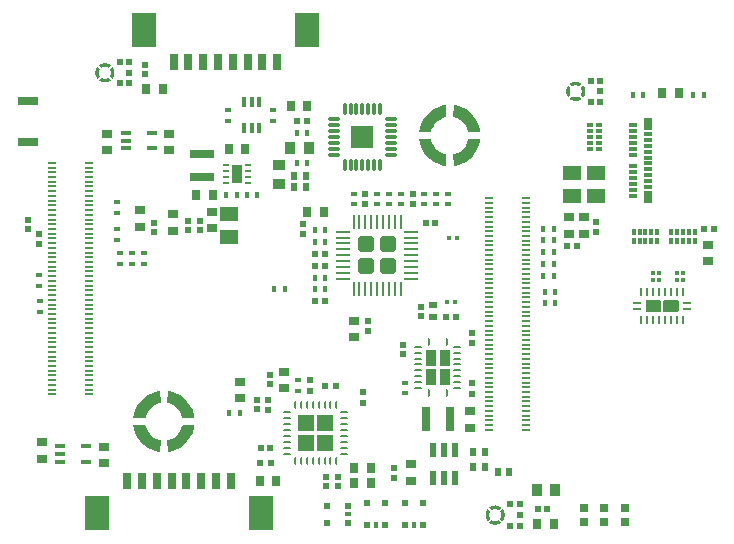
<source format=gbp>
G04*
G04 #@! TF.GenerationSoftware,Altium Limited,Altium Designer,21.6.1 (37)*
G04*
G04 Layer_Color=128*
%FSLAX44Y44*%
%MOMM*%
G71*
G04*
G04 #@! TF.SameCoordinates,7F95C58A-CF7D-4278-AF47-FD52C239B5E1*
G04*
G04*
G04 #@! TF.FilePolarity,Positive*
G04*
G01*
G75*
%ADD17R,0.9200X1.3300*%
%ADD18R,0.5220X0.6000*%
%ADD20R,0.9000X0.7000*%
%ADD21R,0.5200X0.5200*%
%ADD22R,0.7000X0.9000*%
%ADD23R,0.5500X0.4500*%
%ADD24R,0.4500X0.5500*%
%ADD25R,0.5200X0.5200*%
%ADD35R,1.5000X1.3000*%
%ADD36R,1.0000X0.9000*%
G04:AMPARAMS|DCode=37|XSize=0.24mm|YSize=0.6mm|CornerRadius=0.06mm|HoleSize=0mm|Usage=FLASHONLY|Rotation=90.000|XOffset=0mm|YOffset=0mm|HoleType=Round|Shape=RoundedRectangle|*
%AMROUNDEDRECTD37*
21,1,0.2400,0.4800,0,0,90.0*
21,1,0.1200,0.6000,0,0,90.0*
1,1,0.1200,0.2400,0.0600*
1,1,0.1200,0.2400,-0.0600*
1,1,0.1200,-0.2400,-0.0600*
1,1,0.1200,-0.2400,0.0600*
%
%ADD37ROUNDEDRECTD37*%
G04:AMPARAMS|DCode=39|XSize=0.25mm|YSize=0.65mm|CornerRadius=0.0625mm|HoleSize=0mm|Usage=FLASHONLY|Rotation=0.000|XOffset=0mm|YOffset=0mm|HoleType=Round|Shape=RoundedRectangle|*
%AMROUNDEDRECTD39*
21,1,0.2500,0.5250,0,0,0.0*
21,1,0.1250,0.6500,0,0,0.0*
1,1,0.1250,0.0625,-0.2625*
1,1,0.1250,-0.0625,-0.2625*
1,1,0.1250,-0.0625,0.2625*
1,1,0.1250,0.0625,0.2625*
%
%ADD39ROUNDEDRECTD39*%
%ADD46R,0.5500X0.6500*%
%ADD48R,0.6200X0.6200*%
%ADD49R,0.4600X0.4200*%
%ADD50R,0.6200X0.6200*%
G04:AMPARAMS|DCode=160|XSize=0.25mm|YSize=0.6mm|CornerRadius=0.0625mm|HoleSize=0mm|Usage=FLASHONLY|Rotation=180.000|XOffset=0mm|YOffset=0mm|HoleType=Round|Shape=RoundedRectangle|*
%AMROUNDEDRECTD160*
21,1,0.2500,0.4750,0,0,180.0*
21,1,0.1250,0.6000,0,0,180.0*
1,1,0.1250,-0.0625,0.2375*
1,1,0.1250,0.0625,0.2375*
1,1,0.1250,0.0625,-0.2375*
1,1,0.1250,-0.0625,-0.2375*
%
%ADD160ROUNDEDRECTD160*%
%ADD161R,0.7000X0.1800*%
%ADD162R,1.7000X0.8000*%
%ADD163R,0.3000X0.5500*%
%ADD164R,0.4000X0.5500*%
%ADD165R,0.8000X0.8000*%
%ADD166R,0.3200X0.3600*%
G04:AMPARAMS|DCode=167|XSize=0.25mm|YSize=0.6mm|CornerRadius=0.025mm|HoleSize=0mm|Usage=FLASHONLY|Rotation=0.000|XOffset=0mm|YOffset=0mm|HoleType=Round|Shape=RoundedRectangle|*
%AMROUNDEDRECTD167*
21,1,0.2500,0.5500,0,0,0.0*
21,1,0.2000,0.6000,0,0,0.0*
1,1,0.0500,0.1000,-0.2750*
1,1,0.0500,-0.1000,-0.2750*
1,1,0.0500,-0.1000,0.2750*
1,1,0.0500,0.1000,0.2750*
%
%ADD167ROUNDEDRECTD167*%
G04:AMPARAMS|DCode=168|XSize=0.25mm|YSize=0.6mm|CornerRadius=0.025mm|HoleSize=0mm|Usage=FLASHONLY|Rotation=90.000|XOffset=0mm|YOffset=0mm|HoleType=Round|Shape=RoundedRectangle|*
%AMROUNDEDRECTD168*
21,1,0.2500,0.5500,0,0,90.0*
21,1,0.2000,0.6000,0,0,90.0*
1,1,0.0500,0.2750,0.1000*
1,1,0.0500,0.2750,-0.1000*
1,1,0.0500,-0.2750,-0.1000*
1,1,0.0500,-0.2750,0.1000*
%
%ADD168ROUNDEDRECTD168*%
%ADD170R,0.9000X1.0000*%
%ADD171R,0.6000X0.6000*%
%ADD172R,0.6000X0.4000*%
%ADD174R,0.8000X2.0000*%
%ADD175R,0.7000X0.3000*%
%ADD176O,0.3000X1.1500*%
%ADD177R,0.6000X1.1500*%
%ADD178R,0.5000X0.2800*%
G04:AMPARAMS|DCode=180|XSize=0.25mm|YSize=0.6mm|CornerRadius=0.0625mm|HoleSize=0mm|Usage=FLASHONLY|Rotation=90.000|XOffset=0mm|YOffset=0mm|HoleType=Round|Shape=RoundedRectangle|*
%AMROUNDEDRECTD180*
21,1,0.2500,0.4750,0,0,90.0*
21,1,0.1250,0.6000,0,0,90.0*
1,1,0.1250,0.2375,0.0625*
1,1,0.1250,0.2375,-0.0625*
1,1,0.1250,-0.2375,-0.0625*
1,1,0.1250,-0.2375,0.0625*
%
%ADD180ROUNDEDRECTD180*%
G04:AMPARAMS|DCode=181|XSize=0.4mm|YSize=0.9mm|CornerRadius=0.1mm|HoleSize=0mm|Usage=FLASHONLY|Rotation=180.000|XOffset=0mm|YOffset=0mm|HoleType=Round|Shape=RoundedRectangle|*
%AMROUNDEDRECTD181*
21,1,0.4000,0.7000,0,0,180.0*
21,1,0.2000,0.9000,0,0,180.0*
1,1,0.2000,-0.1000,0.3500*
1,1,0.2000,0.1000,0.3500*
1,1,0.2000,0.1000,-0.3500*
1,1,0.2000,-0.1000,-0.3500*
%
%ADD181ROUNDEDRECTD181*%
%ADD182R,0.6500X0.5500*%
%ADD183R,0.6000X0.6000*%
%ADD184R,0.4000X0.6000*%
%ADD185R,2.0000X0.8000*%
%ADD186R,0.9000X1.6000*%
%ADD187R,0.5500X0.3000*%
%ADD188R,0.5500X0.4000*%
%ADD189R,0.8000X1.4000*%
%ADD190R,2.1000X3.0000*%
%ADD192O,1.1500X0.3000*%
%ADD195R,0.7000X1.0000*%
G04:AMPARAMS|DCode=240|XSize=1.3mm|YSize=1.3mm|CornerRadius=0.1625mm|HoleSize=0mm|Usage=FLASHONLY|Rotation=90.000|XOffset=0mm|YOffset=0mm|HoleType=Round|Shape=RoundedRectangle|*
%AMROUNDEDRECTD240*
21,1,1.3000,0.9750,0,0,90.0*
21,1,0.9750,1.3000,0,0,90.0*
1,1,0.3250,0.4875,0.4875*
1,1,0.3250,0.4875,-0.4875*
1,1,0.3250,-0.4875,-0.4875*
1,1,0.3250,-0.4875,0.4875*
%
%ADD240ROUNDEDRECTD240*%
%ADD241R,1.3500X1.3500*%
G04:AMPARAMS|DCode=242|XSize=0.21mm|YSize=1.16mm|CornerRadius=0.0113mm|HoleSize=0mm|Usage=FLASHONLY|Rotation=90.000|XOffset=0mm|YOffset=0mm|HoleType=Round|Shape=RoundedRectangle|*
%AMROUNDEDRECTD242*
21,1,0.2100,1.1375,0,0,90.0*
21,1,0.1875,1.1600,0,0,90.0*
1,1,0.0225,0.5688,0.0938*
1,1,0.0225,0.5688,-0.0938*
1,1,0.0225,-0.5688,-0.0938*
1,1,0.0225,-0.5688,0.0938*
%
%ADD242ROUNDEDRECTD242*%
G04:AMPARAMS|DCode=243|XSize=0.21mm|YSize=1.16mm|CornerRadius=0.0113mm|HoleSize=0mm|Usage=FLASHONLY|Rotation=0.000|XOffset=0mm|YOffset=0mm|HoleType=Round|Shape=RoundedRectangle|*
%AMROUNDEDRECTD243*
21,1,0.2100,1.1375,0,0,0.0*
21,1,0.1875,1.1600,0,0,0.0*
1,1,0.0225,0.0938,-0.5688*
1,1,0.0225,-0.0938,-0.5688*
1,1,0.0225,-0.0938,0.5688*
1,1,0.0225,0.0938,0.5688*
%
%ADD243ROUNDEDRECTD243*%
%ADD244R,0.8500X0.3500*%
%ADD245R,1.8800X1.8800*%
G36*
X79885Y402617D02*
X80259Y402590D01*
X80631Y402547D01*
X81002Y402486D01*
X81368Y402408D01*
X81731Y402313D01*
X82089Y402201D01*
X82441Y402073D01*
X82787Y401929D01*
X83126Y401768D01*
X83457Y401592D01*
X83780Y401401D01*
X84093Y401195D01*
X84397Y400975D01*
X84690Y400740D01*
X82568Y398619D01*
X82353Y398770D01*
X82168Y398887D01*
X81979Y398996D01*
X81785Y399096D01*
X81587Y399189D01*
X81386Y399273D01*
X81181Y399348D01*
X80973Y399415D01*
X80763Y399472D01*
X80550Y399521D01*
X80335Y399561D01*
X80119Y399591D01*
X79901Y399612D01*
X79683Y399624D01*
X79465Y399627D01*
X79247Y399621D01*
X79029Y399605D01*
X78812Y399580D01*
X78597Y399546D01*
X78383Y399502D01*
X78171Y399450D01*
X77961Y399389D01*
X77754Y399318D01*
X77551Y399239D01*
X77351Y399152D01*
X77155Y399056D01*
X76963Y398952D01*
X76775Y398840D01*
X76593Y398720D01*
X76452Y398619D01*
X74331Y400740D01*
X74623Y400975D01*
X74927Y401195D01*
X75240Y401401D01*
X75563Y401592D01*
X75894Y401768D01*
X76233Y401929D01*
X76579Y402073D01*
X76931Y402201D01*
X77289Y402313D01*
X77652Y402408D01*
X78018Y402486D01*
X78389Y402547D01*
X78761Y402590D01*
X79135Y402617D01*
X79510Y402625D01*
X79885Y402617D01*
D02*
G37*
G36*
X84690Y388260D02*
X84397Y388026D01*
X84093Y387805D01*
X83780Y387599D01*
X83457Y387408D01*
X83126Y387232D01*
X82787Y387071D01*
X82441Y386927D01*
X82089Y386799D01*
X81731Y386687D01*
X81368Y386592D01*
X81002Y386514D01*
X80631Y386453D01*
X80259Y386409D01*
X79885Y386383D01*
X79510Y386375D01*
X79135Y386383D01*
X78761Y386409D01*
X78389Y386453D01*
X78018Y386514D01*
X77652Y386592D01*
X77289Y386687D01*
X76931Y386799D01*
X76579Y386927D01*
X76233Y387071D01*
X75894Y387232D01*
X75563Y387408D01*
X75240Y387599D01*
X74927Y387805D01*
X74623Y388026D01*
X74331Y388260D01*
X76452Y390381D01*
X76665Y390232D01*
X76847Y390116D01*
X77033Y390009D01*
X77224Y389909D01*
X77419Y389817D01*
X77617Y389734D01*
X77819Y389659D01*
X78024Y389592D01*
X78231Y389534D01*
X78441Y389485D01*
X78653Y389445D01*
X78866Y389413D01*
X79080Y389391D01*
X79295Y389377D01*
X79510Y389373D01*
X79725Y389377D01*
X79940Y389391D01*
X80154Y389413D01*
X80367Y389445D01*
X80579Y389485D01*
X80789Y389534D01*
X80996Y389592D01*
X81201Y389659D01*
X81403Y389734D01*
X81601Y389817D01*
X81796Y389909D01*
X81987Y390009D01*
X82173Y390116D01*
X82355Y390232D01*
X82568Y390381D01*
X84690Y388260D01*
D02*
G37*
G36*
X85984Y399387D02*
X86205Y399083D01*
X86411Y398770D01*
X86602Y398447D01*
X86778Y398116D01*
X86939Y397777D01*
X87083Y397431D01*
X87212Y397079D01*
X87323Y396721D01*
X87418Y396358D01*
X87496Y395992D01*
X87557Y395621D01*
X87600Y395249D01*
X87627Y394875D01*
X87635Y394500D01*
X87627Y394125D01*
X87600Y393751D01*
X87557Y393379D01*
X87496Y393008D01*
X87418Y392642D01*
X87323Y392279D01*
X87212Y391921D01*
X87083Y391569D01*
X86939Y391223D01*
X86778Y390884D01*
X86602Y390552D01*
X86411Y390230D01*
X86205Y389917D01*
X85984Y389613D01*
X85750Y389320D01*
X83629Y391442D01*
X83730Y391583D01*
X83850Y391765D01*
X83962Y391953D01*
X84066Y392145D01*
X84162Y392341D01*
X84249Y392541D01*
X84328Y392744D01*
X84398Y392951D01*
X84460Y393161D01*
X84512Y393373D01*
X84556Y393587D01*
X84590Y393802D01*
X84615Y394019D01*
X84631Y394237D01*
X84637Y394455D01*
X84634Y394674D01*
X84622Y394892D01*
X84601Y395109D01*
X84571Y395325D01*
X84531Y395540D01*
X84482Y395752D01*
X84425Y395963D01*
X84358Y396171D01*
X84283Y396376D01*
X84199Y396577D01*
X84106Y396775D01*
X84006Y396969D01*
X83897Y397158D01*
X83780Y397343D01*
X83629Y397558D01*
X85750Y399679D01*
X85984Y399387D01*
D02*
G37*
G36*
X75391Y397558D02*
X75240Y397343D01*
X75123Y397158D01*
X75014Y396969D01*
X74914Y396775D01*
X74821Y396577D01*
X74737Y396376D01*
X74662Y396171D01*
X74595Y395963D01*
X74538Y395752D01*
X74489Y395540D01*
X74449Y395325D01*
X74419Y395109D01*
X74398Y394892D01*
X74386Y394674D01*
X74383Y394455D01*
X74389Y394237D01*
X74405Y394019D01*
X74430Y393802D01*
X74464Y393587D01*
X74508Y393373D01*
X74560Y393161D01*
X74622Y392951D01*
X74692Y392744D01*
X74771Y392541D01*
X74858Y392341D01*
X74954Y392145D01*
X75058Y391953D01*
X75170Y391765D01*
X75290Y391583D01*
X75391Y391442D01*
X73270Y389320D01*
X73035Y389613D01*
X72815Y389917D01*
X72609Y390230D01*
X72418Y390552D01*
X72242Y390884D01*
X72081Y391223D01*
X71937Y391569D01*
X71809Y391921D01*
X71697Y392279D01*
X71602Y392642D01*
X71524Y393008D01*
X71463Y393379D01*
X71420Y393751D01*
X71393Y394125D01*
X71385Y394500D01*
X71393Y394875D01*
X71420Y395249D01*
X71463Y395621D01*
X71524Y395992D01*
X71602Y396358D01*
X71697Y396721D01*
X71809Y397079D01*
X71937Y397431D01*
X72081Y397777D01*
X72242Y398116D01*
X72418Y398447D01*
X72609Y398770D01*
X72815Y399083D01*
X73035Y399387D01*
X73270Y399679D01*
X75391Y397558D01*
D02*
G37*
G36*
X478525Y386867D02*
X478899Y386841D01*
X479272Y386797D01*
X479641Y386736D01*
X480008Y386658D01*
X480371Y386563D01*
X480729Y386451D01*
X481081Y386323D01*
X481427Y386179D01*
X481766Y386018D01*
X482098Y385842D01*
X482420Y385651D01*
X482733Y385445D01*
X483037Y385224D01*
X483330Y384990D01*
X481208Y382869D01*
X480993Y383020D01*
X480808Y383137D01*
X480619Y383246D01*
X480425Y383346D01*
X480228Y383439D01*
X480026Y383523D01*
X479821Y383598D01*
X479613Y383665D01*
X479403Y383722D01*
X479190Y383771D01*
X478975Y383811D01*
X478759Y383841D01*
X478541Y383862D01*
X478324Y383874D01*
X478105Y383877D01*
X477887Y383871D01*
X477669Y383855D01*
X477452Y383830D01*
X477237Y383796D01*
X477023Y383752D01*
X476811Y383700D01*
X476601Y383638D01*
X476394Y383568D01*
X476191Y383489D01*
X475991Y383402D01*
X475795Y383306D01*
X475603Y383202D01*
X475415Y383090D01*
X475233Y382970D01*
X475092Y382869D01*
X472971Y384990D01*
X473263Y385224D01*
X473567Y385445D01*
X473880Y385651D01*
X474202Y385842D01*
X474534Y386018D01*
X474873Y386179D01*
X475219Y386323D01*
X475571Y386451D01*
X475929Y386563D01*
X476292Y386658D01*
X476659Y386736D01*
X477029Y386797D01*
X477401Y386841D01*
X477775Y386867D01*
X478150Y386875D01*
X478525Y386867D01*
D02*
G37*
G36*
X483330Y372510D02*
X483037Y372276D01*
X482733Y372055D01*
X482420Y371849D01*
X482098Y371658D01*
X481766Y371482D01*
X481427Y371321D01*
X481081Y371177D01*
X480729Y371049D01*
X480371Y370937D01*
X480008Y370842D01*
X479641Y370764D01*
X479272Y370703D01*
X478899Y370659D01*
X478525Y370633D01*
X478150Y370625D01*
X477775Y370633D01*
X477401Y370659D01*
X477029Y370703D01*
X476659Y370764D01*
X476292Y370842D01*
X475929Y370937D01*
X475571Y371049D01*
X475219Y371177D01*
X474873Y371321D01*
X474534Y371482D01*
X474202Y371658D01*
X473880Y371849D01*
X473567Y372055D01*
X473263Y372276D01*
X472971Y372510D01*
X475092Y374631D01*
X475305Y374482D01*
X475487Y374366D01*
X475673Y374259D01*
X475864Y374159D01*
X476059Y374067D01*
X476257Y373984D01*
X476459Y373909D01*
X476664Y373842D01*
X476871Y373784D01*
X477081Y373735D01*
X477293Y373695D01*
X477506Y373663D01*
X477720Y373641D01*
X477935Y373627D01*
X478150Y373623D01*
X478365Y373627D01*
X478580Y373641D01*
X478794Y373663D01*
X479007Y373695D01*
X479219Y373735D01*
X479429Y373784D01*
X479636Y373842D01*
X479841Y373909D01*
X480043Y373984D01*
X480241Y374067D01*
X480436Y374159D01*
X480627Y374259D01*
X480813Y374366D01*
X480995Y374482D01*
X481208Y374631D01*
X483330Y372510D01*
D02*
G37*
G36*
X484624Y383637D02*
X484845Y383333D01*
X485051Y383020D01*
X485242Y382697D01*
X485418Y382366D01*
X485579Y382027D01*
X485723Y381681D01*
X485852Y381329D01*
X485963Y380971D01*
X486058Y380608D01*
X486136Y380242D01*
X486197Y379871D01*
X486241Y379499D01*
X486267Y379125D01*
X486275Y378750D01*
X486267Y378375D01*
X486241Y378001D01*
X486197Y377629D01*
X486136Y377258D01*
X486058Y376892D01*
X485963Y376529D01*
X485852Y376171D01*
X485723Y375819D01*
X485579Y375473D01*
X485418Y375134D01*
X485242Y374803D01*
X485051Y374480D01*
X484845Y374167D01*
X484624Y373863D01*
X484390Y373570D01*
X482269Y375692D01*
X482370Y375833D01*
X482490Y376015D01*
X482602Y376203D01*
X482706Y376395D01*
X482802Y376591D01*
X482889Y376791D01*
X482968Y376994D01*
X483038Y377201D01*
X483100Y377411D01*
X483152Y377623D01*
X483195Y377837D01*
X483230Y378052D01*
X483255Y378269D01*
X483271Y378487D01*
X483277Y378705D01*
X483274Y378923D01*
X483262Y379142D01*
X483241Y379359D01*
X483211Y379575D01*
X483171Y379790D01*
X483122Y380003D01*
X483065Y380213D01*
X482998Y380421D01*
X482923Y380626D01*
X482839Y380827D01*
X482747Y381025D01*
X482646Y381219D01*
X482537Y381408D01*
X482420Y381593D01*
X482269Y381808D01*
X484390Y383929D01*
X484624Y383637D01*
D02*
G37*
G36*
X474031Y381808D02*
X473880Y381593D01*
X473763Y381408D01*
X473654Y381219D01*
X473554Y381025D01*
X473461Y380827D01*
X473377Y380626D01*
X473302Y380421D01*
X473235Y380213D01*
X473178Y380003D01*
X473129Y379790D01*
X473089Y379575D01*
X473059Y379359D01*
X473038Y379142D01*
X473026Y378923D01*
X473023Y378705D01*
X473029Y378487D01*
X473045Y378269D01*
X473070Y378052D01*
X473104Y377837D01*
X473148Y377623D01*
X473200Y377411D01*
X473261Y377201D01*
X473332Y376994D01*
X473411Y376791D01*
X473498Y376591D01*
X473594Y376395D01*
X473698Y376203D01*
X473810Y376015D01*
X473930Y375833D01*
X474031Y375692D01*
X471910Y373570D01*
X471675Y373863D01*
X471455Y374167D01*
X471249Y374480D01*
X471058Y374803D01*
X470882Y375134D01*
X470721Y375473D01*
X470577Y375819D01*
X470448Y376171D01*
X470337Y376529D01*
X470242Y376892D01*
X470164Y377258D01*
X470103Y377629D01*
X470060Y378001D01*
X470033Y378375D01*
X470025Y378750D01*
X470033Y379125D01*
X470060Y379499D01*
X470103Y379871D01*
X470164Y380242D01*
X470242Y380608D01*
X470337Y380971D01*
X470448Y381329D01*
X470577Y381681D01*
X470721Y382027D01*
X470882Y382366D01*
X471058Y382697D01*
X471249Y383020D01*
X471455Y383333D01*
X471675Y383637D01*
X471910Y383929D01*
X474031Y381808D01*
D02*
G37*
G36*
X376813Y366793D02*
X380956Y365566D01*
X384839Y363672D01*
X388357Y361162D01*
X391412Y358107D01*
X393922Y354589D01*
X395816Y350706D01*
X397043Y346563D01*
X397306Y344419D01*
X387257Y344028D01*
X386999Y345222D01*
X386214Y347534D01*
X385087Y349699D01*
X383644Y351668D01*
X381918Y353394D01*
X379949Y354837D01*
X377784Y355964D01*
X375472Y356749D01*
X374278Y357007D01*
X374278D01*
X374669Y367056D01*
X376813Y366793D01*
D02*
G37*
G36*
X368722Y357007D02*
X367528Y356749D01*
X365216Y355964D01*
X363051Y354837D01*
X361082Y353394D01*
X359356Y351668D01*
X357913Y349699D01*
X356786Y347534D01*
X356001Y345222D01*
X355743Y344028D01*
X355743D01*
X355743Y344028D01*
Y344028D01*
X345694Y344419D01*
X345957Y346563D01*
X347184Y350706D01*
X349078Y354589D01*
X351587Y358107D01*
X354643Y361162D01*
X358161Y363672D01*
X362044Y365566D01*
X366187Y366793D01*
X368331Y367056D01*
X368331D01*
X368722Y357007D01*
D02*
G37*
G36*
Y325493D02*
D01*
Y325493D01*
Y325493D01*
D02*
G37*
G36*
X397306Y338081D02*
X397043Y335937D01*
X395816Y331794D01*
X393922Y327910D01*
X391412Y324393D01*
X388357Y321338D01*
X384839Y318828D01*
X380956Y316934D01*
X376813Y315707D01*
X374669Y315444D01*
Y315444D01*
X374278Y325493D01*
X375472Y325751D01*
X377784Y326536D01*
X379949Y327663D01*
X381918Y329106D01*
X383644Y330832D01*
X385087Y332801D01*
X386214Y334966D01*
X386999Y337278D01*
X387257Y338472D01*
X397306Y338081D01*
D02*
G37*
G36*
X356001Y337278D02*
X356786Y334966D01*
X357913Y332801D01*
X359356Y330832D01*
X361082Y329106D01*
X363051Y327663D01*
X365216Y326536D01*
X367528Y325751D01*
X368722Y325493D01*
X368331Y315444D01*
X366187Y315707D01*
X362044Y316934D01*
X358161Y318828D01*
X354643Y321338D01*
X351587Y324393D01*
X349078Y327910D01*
X347184Y331794D01*
X345957Y335937D01*
X345694Y338081D01*
X345694Y338081D01*
X355743Y338472D01*
X356001Y337278D01*
D02*
G37*
G36*
X564835Y201931D02*
X565117Y201649D01*
X565269Y201282D01*
Y201083D01*
Y193083D01*
Y192884D01*
X565117Y192516D01*
X564835Y192235D01*
X564468Y192083D01*
X553070D01*
X552702Y192235D01*
X552421Y192516D01*
X552269Y192884D01*
Y193083D01*
Y201083D01*
Y201282D01*
X552421Y201649D01*
X552702Y201931D01*
X553070Y202083D01*
X564468D01*
X564835Y201931D01*
D02*
G37*
G36*
X549835D02*
X550117Y201649D01*
X550269Y201282D01*
Y201083D01*
Y193083D01*
Y192884D01*
X550117Y192516D01*
X549835Y192235D01*
X549468Y192083D01*
X538070D01*
X537702Y192235D01*
X537421Y192516D01*
X537269Y192884D01*
Y193083D01*
Y201083D01*
Y201282D01*
X537421Y201649D01*
X537702Y201931D01*
X538070Y202083D01*
X549468D01*
X549835Y201931D01*
D02*
G37*
G36*
X134813Y124793D02*
X138956Y123566D01*
X142839Y121672D01*
X146357Y119162D01*
X149412Y116107D01*
X151922Y112589D01*
X153816Y108706D01*
X155043Y104563D01*
X155306Y102419D01*
X145257Y102028D01*
X144999Y103222D01*
X144214Y105534D01*
X143087Y107699D01*
X141644Y109668D01*
X139918Y111394D01*
X137949Y112837D01*
X135784Y113964D01*
X133472Y114749D01*
X132278Y115007D01*
X132278D01*
X132669Y125056D01*
X134813Y124793D01*
D02*
G37*
G36*
X126722Y115007D02*
X125528Y114749D01*
X123216Y113964D01*
X121051Y112837D01*
X119082Y111394D01*
X117356Y109668D01*
X115913Y107699D01*
X114785Y105534D01*
X114001Y103222D01*
X113743Y102028D01*
X113743D01*
X113743Y102028D01*
Y102028D01*
X103694Y102419D01*
X103957Y104563D01*
X105184Y108706D01*
X107078Y112589D01*
X109587Y116107D01*
X112643Y119162D01*
X116160Y121672D01*
X120044Y123566D01*
X124187Y124793D01*
X126331Y125056D01*
X126331D01*
X126722Y115007D01*
D02*
G37*
G36*
X114001Y95278D02*
X114785Y92966D01*
X115913Y90801D01*
X117356Y88832D01*
X119082Y87106D01*
X121051Y85663D01*
X123216Y84536D01*
X125528Y83751D01*
X126722Y83493D01*
Y83493D01*
Y83493D01*
D01*
X126331Y73444D01*
X124187Y73707D01*
X120044Y74934D01*
X116160Y76828D01*
X112643Y79338D01*
X109587Y82393D01*
X107078Y85911D01*
X105184Y89794D01*
X103957Y93937D01*
X103694Y96081D01*
X103694Y96081D01*
X113743Y96472D01*
X114001Y95278D01*
D02*
G37*
G36*
X155306Y96081D02*
X155043Y93937D01*
X153816Y89794D01*
X151922Y85911D01*
X149412Y82393D01*
X146357Y79338D01*
X142839Y76828D01*
X138956Y74934D01*
X134813Y73707D01*
X132669Y73444D01*
Y73444D01*
X132278Y83493D01*
X133472Y83751D01*
X135784Y84536D01*
X137949Y85663D01*
X139918Y87106D01*
X141644Y88832D01*
X143087Y90801D01*
X144214Y92966D01*
X144999Y95278D01*
X145257Y96472D01*
X155306Y96081D01*
D02*
G37*
G36*
X410275Y28117D02*
X410649Y28091D01*
X411021Y28047D01*
X411391Y27986D01*
X411758Y27908D01*
X412121Y27813D01*
X412479Y27701D01*
X412831Y27573D01*
X413177Y27429D01*
X413516Y27268D01*
X413848Y27092D01*
X414170Y26901D01*
X414483Y26695D01*
X414787Y26474D01*
X415079Y26240D01*
X412958Y24119D01*
X412743Y24270D01*
X412558Y24387D01*
X412369Y24496D01*
X412175Y24597D01*
X411978Y24689D01*
X411776Y24773D01*
X411571Y24848D01*
X411363Y24915D01*
X411152Y24972D01*
X410940Y25021D01*
X410725Y25061D01*
X410509Y25091D01*
X410291Y25112D01*
X410074Y25124D01*
X409855Y25127D01*
X409637Y25121D01*
X409419Y25105D01*
X409202Y25080D01*
X408987Y25045D01*
X408773Y25002D01*
X408561Y24950D01*
X408351Y24889D01*
X408144Y24818D01*
X407941Y24739D01*
X407741Y24652D01*
X407545Y24556D01*
X407353Y24452D01*
X407165Y24340D01*
X406983Y24220D01*
X406842Y24119D01*
X404720Y26240D01*
X405013Y26474D01*
X405317Y26695D01*
X405630Y26901D01*
X405952Y27092D01*
X406284Y27268D01*
X406623Y27429D01*
X406969Y27573D01*
X407321Y27701D01*
X407679Y27813D01*
X408042Y27908D01*
X408409Y27986D01*
X408779Y28047D01*
X409151Y28091D01*
X409525Y28117D01*
X409900Y28125D01*
X410275Y28117D01*
D02*
G37*
G36*
X415079Y13760D02*
X414787Y13526D01*
X414483Y13305D01*
X414170Y13099D01*
X413848Y12908D01*
X413516Y12732D01*
X413177Y12571D01*
X412831Y12427D01*
X412479Y12299D01*
X412121Y12187D01*
X411758Y12092D01*
X411391Y12014D01*
X411021Y11953D01*
X410649Y11910D01*
X410275Y11883D01*
X409900Y11875D01*
X409525Y11883D01*
X409151Y11910D01*
X408779Y11953D01*
X408409Y12014D01*
X408042Y12092D01*
X407679Y12187D01*
X407321Y12299D01*
X406969Y12427D01*
X406623Y12571D01*
X406284Y12732D01*
X405952Y12908D01*
X405630Y13099D01*
X405317Y13305D01*
X405013Y13526D01*
X404720Y13760D01*
X406842Y15881D01*
X407055Y15732D01*
X407237Y15616D01*
X407423Y15509D01*
X407614Y15409D01*
X407809Y15317D01*
X408007Y15234D01*
X408209Y15159D01*
X408414Y15092D01*
X408621Y15034D01*
X408831Y14985D01*
X409043Y14945D01*
X409256Y14913D01*
X409470Y14891D01*
X409685Y14877D01*
X409900Y14873D01*
X410115Y14877D01*
X410330Y14891D01*
X410544Y14913D01*
X410757Y14945D01*
X410969Y14985D01*
X411179Y15034D01*
X411386Y15092D01*
X411591Y15159D01*
X411793Y15234D01*
X411991Y15317D01*
X412186Y15409D01*
X412377Y15509D01*
X412563Y15616D01*
X412745Y15732D01*
X412958Y15881D01*
X415079Y13760D01*
D02*
G37*
G36*
X416375Y24887D02*
X416595Y24583D01*
X416801Y24270D01*
X416992Y23948D01*
X417168Y23616D01*
X417329Y23277D01*
X417473Y22931D01*
X417602Y22579D01*
X417713Y22221D01*
X417808Y21858D01*
X417886Y21491D01*
X417947Y21121D01*
X417990Y20749D01*
X418017Y20375D01*
X418025Y20000D01*
X418017Y19625D01*
X417990Y19251D01*
X417947Y18879D01*
X417886Y18508D01*
X417808Y18142D01*
X417713Y17779D01*
X417602Y17421D01*
X417473Y17069D01*
X417329Y16723D01*
X417168Y16384D01*
X416992Y16053D01*
X416801Y15730D01*
X416595Y15417D01*
X416375Y15113D01*
X416140Y14820D01*
X414019Y16942D01*
X414120Y17083D01*
X414240Y17265D01*
X414352Y17453D01*
X414456Y17645D01*
X414552Y17841D01*
X414639Y18041D01*
X414718Y18244D01*
X414789Y18451D01*
X414850Y18661D01*
X414902Y18873D01*
X414945Y19087D01*
X414980Y19302D01*
X415005Y19519D01*
X415021Y19737D01*
X415027Y19955D01*
X415024Y20173D01*
X415012Y20391D01*
X414991Y20609D01*
X414961Y20825D01*
X414921Y21040D01*
X414872Y21253D01*
X414815Y21463D01*
X414748Y21671D01*
X414673Y21876D01*
X414589Y22078D01*
X414496Y22275D01*
X414396Y22469D01*
X414287Y22658D01*
X414170Y22843D01*
X414019Y23058D01*
X416140Y25180D01*
X416375Y24887D01*
D02*
G37*
G36*
X405781Y23058D02*
X405630Y22843D01*
X405513Y22658D01*
X405404Y22469D01*
X405303Y22275D01*
X405211Y22078D01*
X405127Y21876D01*
X405052Y21671D01*
X404985Y21463D01*
X404928Y21253D01*
X404879Y21040D01*
X404839Y20825D01*
X404809Y20609D01*
X404788Y20391D01*
X404776Y20173D01*
X404773Y19955D01*
X404779Y19737D01*
X404795Y19519D01*
X404820Y19302D01*
X404854Y19087D01*
X404898Y18873D01*
X404950Y18661D01*
X405011Y18451D01*
X405082Y18244D01*
X405161Y18041D01*
X405248Y17841D01*
X405344Y17645D01*
X405448Y17453D01*
X405560Y17265D01*
X405680Y17083D01*
X405781Y16942D01*
X403660Y14820D01*
X403425Y15113D01*
X403205Y15417D01*
X402999Y15730D01*
X402808Y16053D01*
X402632Y16384D01*
X402471Y16723D01*
X402327Y17069D01*
X402198Y17421D01*
X402087Y17779D01*
X401992Y18142D01*
X401914Y18508D01*
X401853Y18879D01*
X401810Y19251D01*
X401783Y19625D01*
X401775Y20000D01*
X401783Y20375D01*
X401810Y20749D01*
X401853Y21121D01*
X401914Y21491D01*
X401992Y21858D01*
X402087Y22221D01*
X402198Y22579D01*
X402327Y22931D01*
X402471Y23277D01*
X402632Y23616D01*
X402808Y23948D01*
X402999Y24270D01*
X403205Y24583D01*
X403425Y24887D01*
X403660Y25180D01*
X405781Y23058D01*
D02*
G37*
D17*
X367099Y137300D02*
D03*
X355899D02*
D03*
X367099Y152700D02*
D03*
X355899D02*
D03*
D18*
X422420Y29000D02*
D03*
X430640D02*
D03*
X422420Y11000D02*
D03*
X430640Y20000D02*
D03*
Y11000D02*
D03*
X92030Y403500D02*
D03*
X100250D02*
D03*
X92030Y385500D02*
D03*
X100250Y394500D02*
D03*
Y385500D02*
D03*
X490670Y387750D02*
D03*
X498890D02*
D03*
X490670Y369750D02*
D03*
X498890Y378750D02*
D03*
Y369750D02*
D03*
D20*
X389000Y94000D02*
D03*
Y108000D02*
D03*
X193500Y119000D02*
D03*
Y133000D02*
D03*
X230750Y127500D02*
D03*
Y141500D02*
D03*
X290500Y184500D02*
D03*
X26000Y67750D02*
D03*
X339000Y49000D02*
D03*
X81500Y329000D02*
D03*
X134000Y343000D02*
D03*
Y329000D02*
D03*
X81500Y343000D02*
D03*
X26000Y81750D02*
D03*
X78750Y77750D02*
D03*
Y63750D02*
D03*
X290500Y170500D02*
D03*
X339000Y63000D02*
D03*
X109250Y278000D02*
D03*
Y264000D02*
D03*
X137500Y274500D02*
D03*
Y260500D02*
D03*
X170000Y277000D02*
D03*
Y263000D02*
D03*
X589750Y234750D02*
D03*
Y248750D02*
D03*
X472500Y272000D02*
D03*
Y258000D02*
D03*
X485000Y272000D02*
D03*
Y258000D02*
D03*
D21*
X217750Y117250D02*
D03*
Y109250D02*
D03*
X208500Y117500D02*
D03*
Y109500D02*
D03*
X276500Y44500D02*
D03*
Y52500D02*
D03*
X266500Y44500D02*
D03*
Y52500D02*
D03*
X300000Y291500D02*
D03*
Y283500D02*
D03*
X347500Y188500D02*
D03*
Y196500D02*
D03*
X302500Y176000D02*
D03*
Y184000D02*
D03*
X340000Y291500D02*
D03*
Y283500D02*
D03*
X324250Y59500D02*
D03*
Y51500D02*
D03*
X390000Y174000D02*
D03*
Y166000D02*
D03*
X331500Y156000D02*
D03*
Y164000D02*
D03*
X219000Y138750D02*
D03*
Y130750D02*
D03*
X113500Y401250D02*
D03*
Y393250D02*
D03*
X121500Y259500D02*
D03*
Y267500D02*
D03*
X23500Y257750D02*
D03*
Y249750D02*
D03*
X14000Y262000D02*
D03*
Y270000D02*
D03*
X150000Y261000D02*
D03*
Y269000D02*
D03*
X247500Y258250D02*
D03*
Y266250D02*
D03*
X160000Y261000D02*
D03*
Y269000D02*
D03*
X495000Y259750D02*
D03*
Y267750D02*
D03*
D22*
X251000Y366000D02*
D03*
X237000D02*
D03*
X565250Y377750D02*
D03*
X551250D02*
D03*
X290500Y60000D02*
D03*
X184500Y330250D02*
D03*
X459500Y12500D02*
D03*
X445500D02*
D03*
X128500Y380750D02*
D03*
X114500D02*
D03*
X157000Y291000D02*
D03*
X171000D02*
D03*
X198500Y330250D02*
D03*
X264750Y276250D02*
D03*
X250750D02*
D03*
X210750Y49250D02*
D03*
X224750D02*
D03*
X304500Y60000D02*
D03*
Y47500D02*
D03*
X290500D02*
D03*
D23*
X330000Y292000D02*
D03*
Y283000D02*
D03*
X360000Y283000D02*
D03*
Y292000D02*
D03*
X350000Y292000D02*
D03*
Y283000D02*
D03*
X334000Y132000D02*
D03*
Y123000D02*
D03*
X243000Y125000D02*
D03*
Y134000D02*
D03*
X370000Y283000D02*
D03*
Y292000D02*
D03*
X320000Y283000D02*
D03*
Y292000D02*
D03*
X290000Y283000D02*
D03*
Y292000D02*
D03*
X310000Y283000D02*
D03*
Y292000D02*
D03*
X221500Y354000D02*
D03*
Y363000D02*
D03*
X184000Y354000D02*
D03*
Y363000D02*
D03*
X24000Y223250D02*
D03*
Y214250D02*
D03*
X24750Y192250D02*
D03*
Y201250D02*
D03*
X102500Y233000D02*
D03*
Y242000D02*
D03*
X92500D02*
D03*
Y233000D02*
D03*
X112500Y233000D02*
D03*
Y242000D02*
D03*
X90000Y253000D02*
D03*
Y262000D02*
D03*
X89750Y275750D02*
D03*
Y284750D02*
D03*
D24*
X450500Y262500D02*
D03*
X459500D02*
D03*
X450500Y252500D02*
D03*
X459500D02*
D03*
X266000Y251000D02*
D03*
X257000D02*
D03*
X266000Y261000D02*
D03*
X257000D02*
D03*
X266000Y211000D02*
D03*
X257000D02*
D03*
X266000Y221000D02*
D03*
X257000D02*
D03*
X242000Y343500D02*
D03*
X251000D02*
D03*
X450500Y242500D02*
D03*
X459500D02*
D03*
X459500Y232500D02*
D03*
X450500D02*
D03*
X459500Y222500D02*
D03*
X450500D02*
D03*
X526500Y376000D02*
D03*
X535500D02*
D03*
X184500Y106500D02*
D03*
X193500D02*
D03*
X452000Y209250D02*
D03*
X461000D02*
D03*
X461000Y199750D02*
D03*
X452000D02*
D03*
X577500Y376000D02*
D03*
X586500D02*
D03*
X251000Y318500D02*
D03*
X242000D02*
D03*
X208500Y291000D02*
D03*
X199500D02*
D03*
X191000D02*
D03*
X182000D02*
D03*
X232000Y211500D02*
D03*
X223000D02*
D03*
D25*
X211500Y77000D02*
D03*
X219500D02*
D03*
X257500Y201000D02*
D03*
X265500D02*
D03*
X257500Y241000D02*
D03*
X265500D02*
D03*
X359000Y267500D02*
D03*
X351000D02*
D03*
X257500Y231000D02*
D03*
X265500D02*
D03*
X376500Y187500D02*
D03*
X368500D02*
D03*
X242500Y353500D02*
D03*
X250500D02*
D03*
X587000Y262500D02*
D03*
X595000D02*
D03*
X446000Y25000D02*
D03*
X454000D02*
D03*
X479000Y247500D02*
D03*
X471000D02*
D03*
D35*
X185000Y255500D02*
D03*
Y274500D02*
D03*
X475000Y290500D02*
D03*
Y309500D02*
D03*
X495000Y290500D02*
D03*
Y309500D02*
D03*
D36*
X226500Y300500D02*
D03*
Y316500D02*
D03*
D37*
X345000Y162500D02*
D03*
X378000Y127500D02*
D03*
X345000Y157500D02*
D03*
Y152500D02*
D03*
Y147500D02*
D03*
Y142500D02*
D03*
Y137500D02*
D03*
Y132500D02*
D03*
Y127500D02*
D03*
X378000Y132500D02*
D03*
Y137500D02*
D03*
Y142500D02*
D03*
Y147500D02*
D03*
Y152500D02*
D03*
Y157500D02*
D03*
Y162500D02*
D03*
D39*
X369000Y123500D02*
D03*
X354000D02*
D03*
X369000Y166500D02*
D03*
X354000D02*
D03*
D46*
X422000Y56750D02*
D03*
X412000D02*
D03*
X401500Y73500D02*
D03*
X240000Y297500D02*
D03*
X250000Y307500D02*
D03*
X240000D02*
D03*
X250000Y297500D02*
D03*
X391500Y73500D02*
D03*
X401500Y61000D02*
D03*
X391500D02*
D03*
D48*
X298000Y115000D02*
D03*
Y124000D02*
D03*
X390500Y122500D02*
D03*
Y131500D02*
D03*
X253000Y125000D02*
D03*
Y134000D02*
D03*
D49*
X377300Y254250D02*
D03*
X370700D02*
D03*
X369200Y200750D02*
D03*
X375800D02*
D03*
D50*
X211000Y64250D02*
D03*
X220000D02*
D03*
X275000Y129500D02*
D03*
X266000D02*
D03*
D160*
X245500Y113500D02*
D03*
Y65500D02*
D03*
X250500D02*
D03*
X270500D02*
D03*
X240500D02*
D03*
X255500D02*
D03*
X260500D02*
D03*
X265500D02*
D03*
X275500D02*
D03*
X270500Y113500D02*
D03*
X240500D02*
D03*
X260500D02*
D03*
X265500D02*
D03*
X250500D02*
D03*
X255500D02*
D03*
X275500D02*
D03*
D161*
X435899Y132250D02*
D03*
Y276250D02*
D03*
Y280250D02*
D03*
Y268250D02*
D03*
Y272250D02*
D03*
X405099Y280250D02*
D03*
Y276250D02*
D03*
Y268250D02*
D03*
Y272250D02*
D03*
Y288250D02*
D03*
Y284250D02*
D03*
Y264250D02*
D03*
Y260250D02*
D03*
Y256250D02*
D03*
Y252250D02*
D03*
Y248250D02*
D03*
Y244250D02*
D03*
Y240250D02*
D03*
Y236250D02*
D03*
Y232250D02*
D03*
Y228250D02*
D03*
Y224250D02*
D03*
Y220250D02*
D03*
Y216250D02*
D03*
Y212250D02*
D03*
Y208250D02*
D03*
Y204250D02*
D03*
Y200250D02*
D03*
Y196250D02*
D03*
Y192250D02*
D03*
Y188250D02*
D03*
Y184250D02*
D03*
Y180250D02*
D03*
Y176250D02*
D03*
Y172250D02*
D03*
Y168250D02*
D03*
Y164250D02*
D03*
Y160250D02*
D03*
Y156250D02*
D03*
Y152250D02*
D03*
Y148250D02*
D03*
Y144250D02*
D03*
Y140250D02*
D03*
Y136250D02*
D03*
Y132250D02*
D03*
Y128250D02*
D03*
Y124250D02*
D03*
Y120250D02*
D03*
Y116250D02*
D03*
Y112250D02*
D03*
Y108250D02*
D03*
Y104250D02*
D03*
Y100250D02*
D03*
Y96250D02*
D03*
Y92250D02*
D03*
X435899Y288250D02*
D03*
Y284250D02*
D03*
Y264250D02*
D03*
Y260250D02*
D03*
Y256250D02*
D03*
Y252250D02*
D03*
Y248250D02*
D03*
Y244250D02*
D03*
Y240250D02*
D03*
Y236250D02*
D03*
Y232250D02*
D03*
Y228250D02*
D03*
Y224250D02*
D03*
Y220250D02*
D03*
Y216250D02*
D03*
Y212250D02*
D03*
Y208250D02*
D03*
Y204250D02*
D03*
Y200250D02*
D03*
Y196250D02*
D03*
Y192250D02*
D03*
Y188250D02*
D03*
Y184250D02*
D03*
Y180250D02*
D03*
Y176250D02*
D03*
Y172250D02*
D03*
Y168250D02*
D03*
Y164250D02*
D03*
Y160250D02*
D03*
Y156250D02*
D03*
Y152250D02*
D03*
Y148250D02*
D03*
Y144250D02*
D03*
Y140250D02*
D03*
Y136250D02*
D03*
Y128250D02*
D03*
Y124250D02*
D03*
Y120250D02*
D03*
Y116250D02*
D03*
Y112250D02*
D03*
Y108250D02*
D03*
Y104250D02*
D03*
Y100250D02*
D03*
Y96250D02*
D03*
Y92250D02*
D03*
X65899Y198250D02*
D03*
Y194250D02*
D03*
Y190250D02*
D03*
Y186250D02*
D03*
Y122250D02*
D03*
Y126250D02*
D03*
Y130250D02*
D03*
Y134250D02*
D03*
Y138250D02*
D03*
Y142250D02*
D03*
Y146250D02*
D03*
Y150250D02*
D03*
Y154250D02*
D03*
Y158250D02*
D03*
Y162250D02*
D03*
Y166250D02*
D03*
Y170250D02*
D03*
Y174250D02*
D03*
Y178250D02*
D03*
Y182250D02*
D03*
Y202250D02*
D03*
Y206250D02*
D03*
Y210250D02*
D03*
Y214250D02*
D03*
Y218250D02*
D03*
Y222250D02*
D03*
Y226250D02*
D03*
Y230250D02*
D03*
Y234250D02*
D03*
Y238250D02*
D03*
Y242250D02*
D03*
Y246250D02*
D03*
Y250250D02*
D03*
Y254250D02*
D03*
Y258250D02*
D03*
Y262250D02*
D03*
Y266250D02*
D03*
Y270250D02*
D03*
Y274250D02*
D03*
Y278250D02*
D03*
Y282250D02*
D03*
Y286250D02*
D03*
Y290250D02*
D03*
Y294250D02*
D03*
Y298250D02*
D03*
Y302250D02*
D03*
Y306250D02*
D03*
Y310250D02*
D03*
Y314250D02*
D03*
Y318250D02*
D03*
X35099Y122250D02*
D03*
Y126250D02*
D03*
Y130250D02*
D03*
Y134250D02*
D03*
Y138250D02*
D03*
Y142250D02*
D03*
Y146250D02*
D03*
Y150250D02*
D03*
Y154250D02*
D03*
Y158250D02*
D03*
Y162250D02*
D03*
Y166250D02*
D03*
Y170250D02*
D03*
Y174250D02*
D03*
Y178250D02*
D03*
Y182250D02*
D03*
Y186250D02*
D03*
Y190250D02*
D03*
Y194250D02*
D03*
Y198250D02*
D03*
Y202250D02*
D03*
Y206250D02*
D03*
Y210250D02*
D03*
Y214250D02*
D03*
Y218250D02*
D03*
Y222250D02*
D03*
Y226250D02*
D03*
Y230250D02*
D03*
Y234250D02*
D03*
Y238250D02*
D03*
Y242250D02*
D03*
Y246250D02*
D03*
Y250250D02*
D03*
Y254250D02*
D03*
Y258250D02*
D03*
Y262250D02*
D03*
Y266250D02*
D03*
Y270250D02*
D03*
Y274250D02*
D03*
Y278250D02*
D03*
Y282250D02*
D03*
Y286250D02*
D03*
Y290250D02*
D03*
Y294250D02*
D03*
Y298250D02*
D03*
Y302250D02*
D03*
Y306250D02*
D03*
Y310250D02*
D03*
Y314250D02*
D03*
Y318250D02*
D03*
D162*
X14000Y370250D02*
D03*
Y336250D02*
D03*
D163*
X579147Y259650D02*
D03*
X574147D02*
D03*
X564147D02*
D03*
X559147D02*
D03*
Y251850D02*
D03*
X564147D02*
D03*
X574147D02*
D03*
X579147D02*
D03*
X532147D02*
D03*
X527147D02*
D03*
X542147D02*
D03*
X547147D02*
D03*
X532147Y259650D02*
D03*
X527147D02*
D03*
X542147D02*
D03*
X547147D02*
D03*
D164*
X569147D02*
D03*
Y251850D02*
D03*
X537147D02*
D03*
Y259650D02*
D03*
D165*
X502500Y13750D02*
D03*
Y26250D02*
D03*
X485000Y13750D02*
D03*
Y26250D02*
D03*
X520000Y13750D02*
D03*
Y26250D02*
D03*
D166*
X548769Y219283D02*
D03*
Y224883D02*
D03*
X563769Y219283D02*
D03*
Y224883D02*
D03*
X543769Y219283D02*
D03*
Y224883D02*
D03*
X568769Y219283D02*
D03*
Y224883D02*
D03*
D167*
X563769Y185583D02*
D03*
X568769D02*
D03*
X563769Y208583D02*
D03*
X568769D02*
D03*
X558769D02*
D03*
X553769Y185583D02*
D03*
X543769D02*
D03*
X558769D02*
D03*
X538769D02*
D03*
X533769D02*
D03*
X548769Y208583D02*
D03*
X553769D02*
D03*
X538769D02*
D03*
X543769D02*
D03*
X533769D02*
D03*
X548769Y185583D02*
D03*
D168*
X572769Y199583D02*
D03*
Y194583D02*
D03*
X529769Y199583D02*
D03*
Y194583D02*
D03*
D170*
X445000Y41000D02*
D03*
X461000D02*
D03*
X236000Y331000D02*
D03*
X252000D02*
D03*
D171*
X267750Y28000D02*
D03*
Y13000D02*
D03*
X285750D02*
D03*
Y28000D02*
D03*
D172*
Y20500D02*
D03*
D174*
X371500Y101000D02*
D03*
X351500D02*
D03*
D175*
X539300Y332700D02*
D03*
X526300Y335200D02*
D03*
X539300Y307700D02*
D03*
X526300Y305200D02*
D03*
X539300Y342700D02*
D03*
Y337700D02*
D03*
Y327700D02*
D03*
Y322700D02*
D03*
Y317700D02*
D03*
Y312700D02*
D03*
X526300Y290200D02*
D03*
Y295200D02*
D03*
Y300200D02*
D03*
Y310200D02*
D03*
Y315200D02*
D03*
Y325200D02*
D03*
Y330200D02*
D03*
Y340200D02*
D03*
Y345200D02*
D03*
Y350200D02*
D03*
X539300Y302700D02*
D03*
Y297700D02*
D03*
D176*
X282500Y316000D02*
D03*
Y364000D02*
D03*
X297500D02*
D03*
X292500D02*
D03*
X302500D02*
D03*
X287500D02*
D03*
X297500Y316000D02*
D03*
X302500D02*
D03*
X287500D02*
D03*
X292500D02*
D03*
X312500Y364000D02*
D03*
X307500D02*
D03*
Y316000D02*
D03*
X312500D02*
D03*
D177*
X366500Y75250D02*
D03*
X357000Y51750D02*
D03*
X376000Y75250D02*
D03*
X357000D02*
D03*
X366500Y51750D02*
D03*
X376000D02*
D03*
D178*
X201000Y316000D02*
D03*
X182000D02*
D03*
X201000Y311000D02*
D03*
Y306000D02*
D03*
Y301000D02*
D03*
X182000Y311000D02*
D03*
Y306000D02*
D03*
Y301000D02*
D03*
D180*
X234000Y107000D02*
D03*
Y77000D02*
D03*
Y72000D02*
D03*
Y82000D02*
D03*
Y92000D02*
D03*
Y87000D02*
D03*
X282000Y92000D02*
D03*
Y77000D02*
D03*
Y72000D02*
D03*
Y87000D02*
D03*
Y82000D02*
D03*
X234000Y102000D02*
D03*
Y97000D02*
D03*
X282000Y102000D02*
D03*
Y97000D02*
D03*
Y107000D02*
D03*
D181*
X197250Y369500D02*
D03*
X203750D02*
D03*
X210250D02*
D03*
Y347500D02*
D03*
X203750D02*
D03*
X197250D02*
D03*
D182*
X357500Y187500D02*
D03*
Y197500D02*
D03*
D183*
X349000Y30000D02*
D03*
X334000D02*
D03*
Y12000D02*
D03*
X349000D02*
D03*
X316500Y30000D02*
D03*
X301500D02*
D03*
Y12000D02*
D03*
X316500D02*
D03*
D184*
X341500D02*
D03*
X309000D02*
D03*
D185*
X161500Y326000D02*
D03*
Y306000D02*
D03*
D186*
X191500Y308500D02*
D03*
D187*
X497900Y335000D02*
D03*
Y330000D02*
D03*
Y345000D02*
D03*
Y350000D02*
D03*
X490100Y335000D02*
D03*
Y330000D02*
D03*
Y345000D02*
D03*
Y350000D02*
D03*
D188*
X497900Y340000D02*
D03*
X490100D02*
D03*
D189*
X161000Y48500D02*
D03*
X98500D02*
D03*
X111000D02*
D03*
X123500D02*
D03*
X148500D02*
D03*
X136000D02*
D03*
X186000D02*
D03*
X173500D02*
D03*
X162750Y403500D02*
D03*
X225250D02*
D03*
X212750D02*
D03*
X200250D02*
D03*
X175250D02*
D03*
X187750D02*
D03*
X137750D02*
D03*
X150250D02*
D03*
D190*
X73000Y21500D02*
D03*
X211500D02*
D03*
X250750Y430500D02*
D03*
X112250D02*
D03*
D192*
X273500Y355000D02*
D03*
Y345000D02*
D03*
Y340000D02*
D03*
Y350000D02*
D03*
Y335000D02*
D03*
Y330000D02*
D03*
Y325000D02*
D03*
X321500Y330000D02*
D03*
Y335000D02*
D03*
Y355000D02*
D03*
Y345000D02*
D03*
Y340000D02*
D03*
Y350000D02*
D03*
Y325000D02*
D03*
D195*
X539300Y351200D02*
D03*
Y289200D02*
D03*
D240*
X300750Y249250D02*
D03*
Y230750D02*
D03*
X319250Y249250D02*
D03*
Y230750D02*
D03*
D241*
X249750Y81250D02*
D03*
X266250D02*
D03*
X249750Y97750D02*
D03*
X266250D02*
D03*
D242*
X281500Y235000D02*
D03*
X338500Y220000D02*
D03*
Y255000D02*
D03*
X281500Y220000D02*
D03*
Y245000D02*
D03*
Y260000D02*
D03*
Y240000D02*
D03*
Y255000D02*
D03*
Y250000D02*
D03*
Y230000D02*
D03*
Y225000D02*
D03*
X338500Y230000D02*
D03*
Y260000D02*
D03*
Y240000D02*
D03*
Y235000D02*
D03*
Y250000D02*
D03*
Y245000D02*
D03*
Y225000D02*
D03*
D243*
X310000Y211500D02*
D03*
Y268500D02*
D03*
X290000D02*
D03*
X305000D02*
D03*
X300000D02*
D03*
X315000D02*
D03*
X295000D02*
D03*
X305000Y211500D02*
D03*
X315000D02*
D03*
X295000D02*
D03*
X290000D02*
D03*
X300000D02*
D03*
X325000Y268500D02*
D03*
X320000D02*
D03*
X330000D02*
D03*
Y211500D02*
D03*
X325000D02*
D03*
X320000D02*
D03*
D244*
X41750Y78250D02*
D03*
Y65250D02*
D03*
X97000Y343500D02*
D03*
Y330500D02*
D03*
Y337000D02*
D03*
X119000Y330500D02*
D03*
Y343500D02*
D03*
X41750Y71750D02*
D03*
X63750Y65250D02*
D03*
Y78250D02*
D03*
D245*
X297500Y340000D02*
D03*
M02*

</source>
